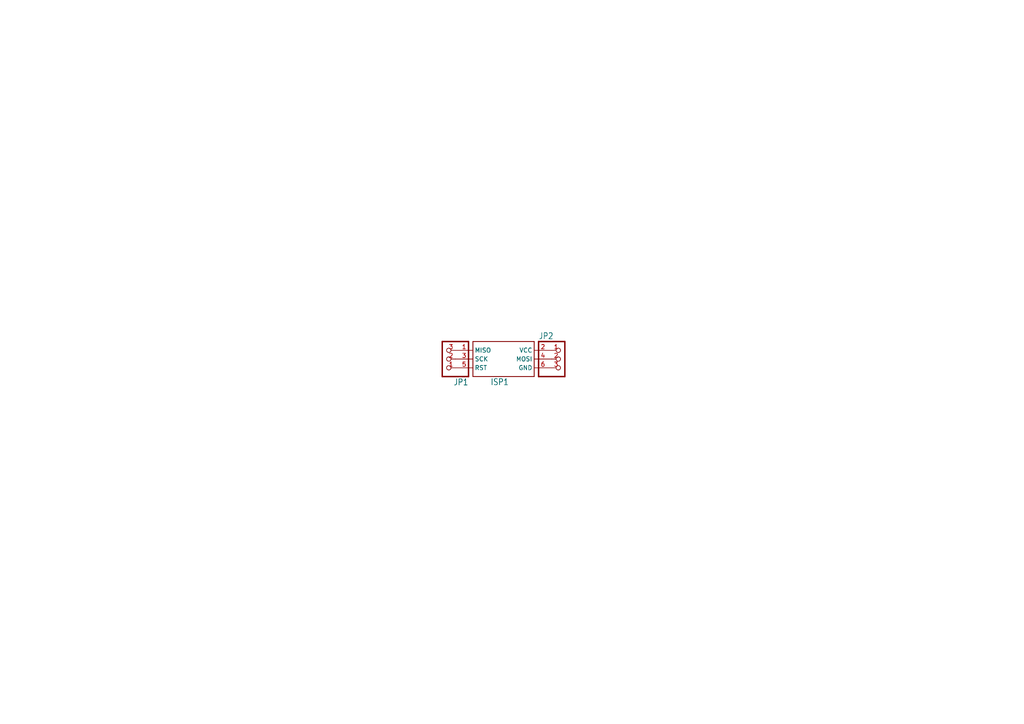
<source format=kicad_sch>
(kicad_sch (version 20230121) (generator eeschema)
  (paper "A4")
  (lib_symbols
    (symbol "working-eagle-import:AVRISP-BOX"
      (property "Reference" "ISP" (at -2.54 -7.62 0))
      (symbol "AVRISP-BOX_1_0"
        (polyline (pts (xy -7.62 -5.08) (xy -7.62 5.08)) (stroke (width 0.254)))
        (polyline (pts (xy -7.62 5.08) (xy 10.16 5.08)) (stroke (width 0.254)))
        (polyline (pts (xy 10.16 -5.08) (xy -7.62 -5.08)) (stroke (width 0.254)))
        (polyline (pts (xy 10.16 5.08) (xy 10.16 -5.08)) (stroke (width 0.254)))
        (pin input line (at -12.7 2.54 0) (length 5.08) (name "MISO") (number "1"))
        (pin power_in line (at 15.24 2.54 180) (length 5.08) (name "VCC") (number "2"))
        (pin output line (at -12.7 0 0) (length 5.08) (name "SCK") (number "3"))
        (pin output line (at 15.24 0 180) (length 5.08) (name "MOSI") (number "4"))
        (pin output line (at -12.7 -2.54 0) (length 5.08) (name "RST") (number "5"))
        (pin power_in line (at 15.24 -2.54 180) (length 5.08) (name "GND") (number "6"))
      )
    )
    (symbol "working-eagle-import:PINHD-1X3CB"
      (property "Reference" "JP" (at -6.35 5.715 0))
      (symbol "PINHD-1X3CB_1_0"
        (polyline (pts (xy -6.35 -5.08) (xy 1.27 -5.08)) (stroke (width 0.4064)))
        (polyline (pts (xy -6.35 5.08) (xy -6.35 -5.08)) (stroke (width 0.4064)))
        (polyline (pts (xy 1.27 -5.08) (xy 1.27 5.08)) (stroke (width 0.4064)))
        (polyline (pts (xy 1.27 5.08) (xy -6.35 5.08)) (stroke (width 0.4064)))
        (pin passive inverted (at -2.54 2.54 0) (length 2.54) (name "1") (number "1"))
        (pin passive inverted (at -2.54 0 0) (length 2.54) (name "2") (number "2"))
        (pin passive inverted (at -2.54 -2.54 0) (length 2.54) (name "3") (number "3"))
      )
    )
  )
  (symbol (lib_id "working-eagle-import:PINHD-1X3CB") (at 162.56 104.14 0) (unit 1)
    (property "Reference" "JP2" (at 156.21 98.425 0) (effects (font (size 1.778 1.5113)) (justify left bottom)))
    (property "Value" "PINHD-1X3CB" (effects hide))
    (property "Footprint" "working:1X03-CLEANBIG" (effects hide))
  )
  (symbol (lib_id "working-eagle-import:PINHD-1X3CB") (at 129.54 104.14 180) (unit 1)
    (property "Reference" "JP1" (at 135.89 109.855 0) (effects (font (size 1.778 1.5113)) (justify left bottom)))
    (property "Value" "PINHD-1X3CB" (effects hide))
    (property "Footprint" "working:1X03-CLEANBIG" (effects hide))
  )
  (symbol (lib_id "working-eagle-import:AVRISP-BOX") (at 144.78 104.14 0) (unit 1)
    (property "Reference" "ISP1" (at 142.24 111.76 0) (effects (font (size 1.778 1.5113)) (justify left bottom)))
    (property "Value" "AVRISP-BOX" (effects hide))
    (property "Footprint" "working:AVRISP-BOX" (effects hide))
  )
)
</source>
